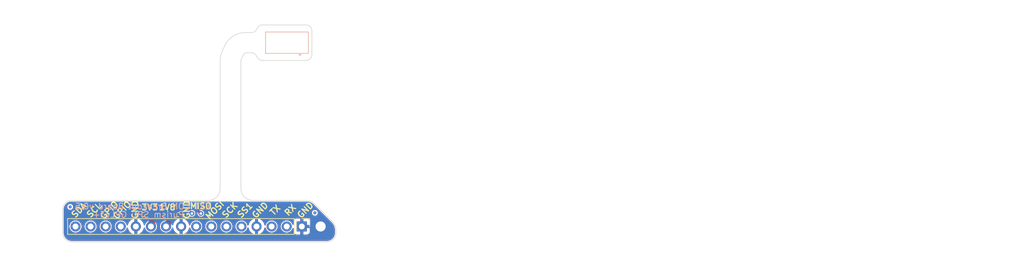
<source format=kicad_pcb>
(kicad_pcb (version 20211014) (generator pcbnew)
  (title_block (title "EXT CON Breakout Board") (date "2022-07-25") (rev "v0.5") (company "Purism SPC") (comment 1 "GNU GPLv3+"))
  (layers (0 "F.Cu" signal) (1 "In1.Cu" signal) (2 "In2.Cu" signal) (31 "B.Cu" signal) (34 "B.Paste" user) (35 "F.Paste" user) (36 "B.SilkS" user "B.Silkscreen") (37 "F.SilkS" user "F.Silkscreen") (38 "B.Mask" user) (39 "F.Mask" user) (44 "Edge.Cuts" user))
  (net 0 "")
  (net 1 "/I2C4_SDA")
  (net 3 "/I2C4_SCL")
  (net 5 "GND")
  (net 6 "/GPIO4_IO28")
  (net 7 "/UART1_RXD")
  (net 9 "/UART1_TXD")
  (net 12 "/SPI_SS1")
  (net 13 "/GPIO4_IO11")
  (net 14 "/SPI_SCK")
  (net 16 "+1V8")
  (net 17 "/SPI_MOSI")
  (net 19 "+3V3")
  (net 20 "/SPI_MISO")
  (net 22 "Net-(C2-Pad1)")
  (net 23 "Net-(C1-Pad1)")
  (footprint "Inductor_SMD:L_0402_1005Metric" (layer "F.Cu") (at 105.8 117 180)
    (fp_text reference "FB2" hide)
    (fp_text value "FerriteBead_Small" hide)
    (pad "1" smd roundrect (at -0.485 0 180) (size 0.59 0.64) (layers "F.Cu" "F.Mask") (net 19 "+3V3"))
    (pad "2" smd roundrect (at 0.485 0 180) (size 0.59 0.64) (layers "F.Cu" "F.Mask") (net 22 "Net-(C2-Pad1)"))
  )
  (footprint "Connector_PinHeader_2.54mm:PinHeader_1x16_P2.54mm_Vertical" (layer "F.Cu") (at 130.5 119 -90)
    (fp_text reference "J2" hide)
    (fp_text value "Conn_01x16" hide)
    (fp_line (start -1.33 -1.33) (end 0 -1.33) (layer "F.SilkS") (width 0.12))
    (fp_line (start 1.33 1.27) (end 1.33 39.43) (layer "F.SilkS") (width 0.12))
    (fp_line (start -1.33 39.43) (end 1.33 39.43) (layer "F.SilkS") (width 0.12))
    (fp_line (start -1.33 1.27) (end -1.33 39.43) (layer "F.SilkS") (width 0.12))
    (fp_line (start -1.33 1.27) (end 1.33 1.27) (layer "F.SilkS") (width 0.12))
    (fp_line (start -1.33 0) (end -1.33 -1.33) (layer "F.SilkS") (width 0.12))
    (pad "1" thru_hole rect (at 0 0 270) (size 1.7 1.7) (drill 1) (layers *.Cu *.Mask) (net 5 "GND"))
    (pad "2" thru_hole oval (at 0 2.54 270) (size 1.7 1.7) (drill 1) (layers *.Cu *.Mask) (net 7 "/UART1_RXD"))
    (pad "3" thru_hole oval (at 0 5.08 270) (size 1.7 1.7) (drill 1) (layers *.Cu *.Mask) (net 9 "/UART1_TXD"))
    (pad "4" thru_hole oval (at 0 7.62 270) (size 1.7 1.7) (drill 1) (layers *.Cu *.Mask) (net 5 "GND"))
    (pad "5" thru_hole oval (at 0 10.16 270) (size 1.7 1.7) (drill 1) (layers *.Cu *.Mask) (net 12 "/SPI_SS1"))
    (pad "6" thru_hole oval (at 0 12.7 270) (size 1.7 1.7) (drill 1) (layers *.Cu *.Mask) (net 14 "/SPI_SCK"))
    (pad "7" thru_hole oval (at 0 15.24 270) (size 1.7 1.7) (drill 1) (layers *.Cu *.Mask) (net 17 "/SPI_MOSI"))
    (pad "8" thru_hole oval (at 0 17.78 270) (size 1.7 1.7) (drill 1) (layers *.Cu *.Mask) (net 20 "/SPI_MISO"))
    (pad "9" thru_hole oval (at 0 20.32 270) (size 1.7 1.7) (drill 1) (layers *.Cu *.Mask) (net 5 "GND"))
    (pad "10" thru_hole oval (at 0 22.86 270) (size 1.7 1.7) (drill 1) (layers *.Cu *.Mask) (net 23 "Net-(C1-Pad1)"))
    (pad "11" thru_hole oval (at 0 25.4 270) (size 1.7 1.7) (drill 1) (layers *.Cu *.Mask) (net 22 "Net-(C2-Pad1)"))
    (pad "12" thru_hole oval (at 0 27.94 270) (size 1.7 1.7) (drill 1) (layers *.Cu *.Mask) (net 5 "GND"))
    (pad "13" thru_hole oval (at 0 30.48 270) (size 1.7 1.7) (drill 1) (layers *.Cu *.Mask) (net 13 "/GPIO4_IO11"))
    (pad "14" thru_hole oval (at 0 33.02 270) (size 1.7 1.7) (drill 1) (layers *.Cu *.Mask) (net 6 "/GPIO4_IO28"))
    (pad "15" thru_hole oval (at 0 35.56 270) (size 1.7 1.7) (drill 1) (layers *.Cu *.Mask) (net 3 "/I2C4_SCL"))
    (pad "16" thru_hole oval (at 0 38.1 270) (size 1.7 1.7) (drill 1) (layers *.Cu *.Mask) (net 1 "/I2C4_SDA"))
  )
  (footprint "ext-con-breakout-board:MountingHole_1.7mm_M1.4_Pad" (layer "F.Cu") (at 133.671 119)
    (fp_text reference "H1" hide)
    (fp_text value "MountingHole_Pad" hide)
    (pad "1" thru_hole circle (at 0 0) (size 2.8 2.8) (drill 1.7) (layers *.Cu *.Mask) (net 5 "GND"))
  )
  (footprint "Inductor_SMD:L_0402_1005Metric" (layer "F.Cu") (at 107.8 117)
    (fp_text reference "FB1" hide)
    (fp_text value "FerriteBead_Small" hide)
    (pad "1" smd roundrect (at -0.485 0) (size 0.59 0.64) (layers "F.Cu" "F.Mask") (net 16 "+1V8"))
    (pad "2" smd roundrect (at 0.485 0) (size 0.59 0.64) (layers "F.Cu" "F.Mask") (net 23 "Net-(C1-Pad1)"))
  )
  (footprint "ext-con-breakout-board:Fiducial_0.5mm_Mask1mm" (layer "F.Cu") (at 91.5 115.7)
    (fp_text reference "FID1" hide)
    (fp_text value "Fiducial" hide)
    (pad "" smd circle (at 0 0) (size 0.5 0.5) (layers "F.Cu" "F.Mask") (clearance 0.25))
    (pad "" smd circle (at 0 0) (size 0.5 0.5) (layers "B.Cu" "B.Mask") (clearance 0.25))
  )
  (footprint "Capacitor_SMD:C_0402_1005Metric" (layer "F.Cu") (at 109.7 117)
    (fp_text reference "C1" hide)
    (fp_text value "100nF" hide)
    (fp_line (start -0.107836 0.36) (end 0.107836 0.36) (layer "F.SilkS") (width 0.12))
    (fp_line (start -0.107836 -0.36) (end 0.107836 -0.36) (layer "F.SilkS") (width 0.12))
    (pad "1" smd roundrect (at -0.48 0) (size 0.56 0.62) (layers "F.Cu" "F.Mask") (net 23 "Net-(C1-Pad1)"))
    (pad "2" smd roundrect (at 0.48 0) (size 0.56 0.62) (layers "F.Cu" "F.Mask") (net 5 "GND"))
  )
  (footprint "Capacitor_SMD:C_0402_1005Metric" (layer "F.Cu") (at 103.83 117 180)
    (fp_text reference "C2" hide)
    (fp_text value "100nF" hide)
    (fp_line (start -0.107836 0.36) (end 0.107836 0.36) (layer "F.SilkS") (width 0.12))
    (fp_line (start -0.107836 -0.36) (end 0.107836 -0.36) (layer "F.SilkS") (width 0.12))
    (pad "1" smd roundrect (at -0.48 0 180) (size 0.56 0.62) (layers "F.Cu" "F.Mask") (net 22 "Net-(C2-Pad1)"))
    (pad "2" smd roundrect (at 0.48 0 180) (size 0.56 0.62) (layers "F.Cu" "F.Mask") (net 5 "GND"))
  )
  (footprint "ext-con-breakout-board:OK-06M024-04" (layer "F.Cu") (at 128 88)
    (fp_text reference "J1" hide)
    (fp_text value "Conn_02x12_Odd_Even" hide)
    (fp_line (start 3.6 -1.8) (end -3.6 -1.8) (layer "B.SilkS") (width 0.12))
    (fp_line (start 3.6 1.8) (end -3.6 1.8) (layer "B.SilkS") (width 0.12))
    (fp_line (start 2.05 2.1) (end 2.35 2.1) (layer "B.SilkS") (width 0.12))
    (fp_line (start -3.6 -1.8) (end -3.6 1.8) (layer "B.SilkS") (width 0.12))
    (fp_line (start 3.6 -1.8) (end 3.6 1.8) (layer "B.SilkS") (width 0.12))
    (fp_line (start 2.35 2.1) (end 2.2 1.887868) (layer "B.SilkS") (width 0.12))
    (fp_line (start 2.2 1.887868) (end 2.05 2.1) (layer "B.SilkS") (width 0.12))
  )
  (footprint "ext-con-breakout-board:Fiducial_0.5mm_Mask1mm" (layer "F.Cu") (at 132.7 116.7)
    (fp_text reference "FID2" hide)
    (fp_text value "Fiducial" hide)
    (pad "" smd circle (at 0 0) (size 0.5 0.5) (layers "F.Cu" "F.Mask") (clearance 0.25))
    (pad "" smd circle (at 0 0) (size 0.5 0.5) (layers "B.Cu" "B.Mask") (clearance 0.25))
  )
  (gr_arc (start 117.534221 88.515701) (mid 118.954051 86.895969) (end 121.0239 86.3) (layer "Edge.Cuts") (width 0.1))
  (gr_line (start 134.75 121.6) (end 91.75 121.6) (layer "Edge.Cuts") (width 0.1))
  (gr_arc (start 122.25 114.6) (mid 120.835786 114.014214) (end 120.25 112.6) (layer "Edge.Cuts") (width 0.1))
  (gr_line (start 131.2 85) (end 123.9 85) (layer "Edge.Cuts") (width 0.1))
  (gr_line (start 122.25 114.6) (end 131.242572 114.6) (layer "Edge.Cuts") (width 0.1))
  (gr_arc (start 122.95 85.65) (mid 122.575549 86.121961) (end 122 86.3) (layer "Edge.Cuts") (width 0.1))
  (gr_arc (start 122 89.7) (mid 122.575538 89.878055) (end 122.95 90.35) (layer "Edge.Cuts") (width 0.1))
  (gr_line (start 135.664214 118.193214) (end 132.656786 115.185786) (layer "Edge.Cuts") (width 0.1))
  (gr_arc (start 116.75 112.6) (mid 116.164214 114.014214) (end 114.75 114.6) (layer "Edge.Cuts") (width 0.1))
  (gr_line (start 90.25 120.1) (end 90.25 116.1) (layer "Edge.Cuts") (width 0.1))
  (gr_line (start 123.9 91) (end 131.2 91) (layer "Edge.Cuts") (width 0.1))
  (gr_arc (start 131.2 85) (mid 131.907107 85.292893) (end 132.2 86) (layer "Edge.Cuts") (width 0.1))
  (gr_arc (start 135.664214 118.193214) (mid 136.097762 118.842062) (end 136.25 119.607428) (layer "Edge.Cuts") (width 0.1))
  (gr_arc (start 123.9 91) (mid 123.324462 90.821945) (end 122.95 90.35) (layer "Edge.Cuts") (width 0.1))
  (gr_line (start 136.25 119.607428) (end 136.25 120.1) (layer "Edge.Cuts") (width 0.1))
  (gr_line (start 120.25 91.16) (end 120.25 112.6) (layer "Edge.Cuts") (width 0.1))
  (gr_arc (start 116.75 91.16) (mid 116.867402 90.146144) (end 117.209859 89.184682) (layer "Edge.Cuts") (width 0.1))
  (gr_line (start 117.209859 89.184682) (end 117.534221 88.515701) (layer "Edge.Cuts") (width 0.1))
  (gr_arc (start 120.25 91.16) (mid 120.275504 90.939303) (end 120.35 90.73) (layer "Edge.Cuts") (width 0.1))
  (gr_line (start 116.75 91.16) (end 116.75 112.6) (layer "Edge.Cuts") (width 0.1))
  (gr_line (start 122 86.3) (end 121.0239 86.3) (layer "Edge.Cuts") (width 0.1))
  (gr_arc (start 120.68 90.05) (mid 120.909811 89.794697) (end 121.24 89.7) (layer "Edge.Cuts") (width 0.1))
  (gr_line (start 132.2 86) (end 132.2 90) (layer "Edge.Cuts") (width 0.1))
  (gr_arc (start 136.25 120.1) (mid 135.81066 121.16066) (end 134.75 121.6) (layer "Edge.Cuts") (width 0.1))
  (gr_arc (start 90.25 116.1) (mid 90.68934 115.03934) (end 91.75 114.6) (layer "Edge.Cuts") (width 0.1))
  (gr_arc (start 91.75 121.6) (mid 90.68934 121.16066) (end 90.25 120.1) (layer "Edge.Cuts") (width 0.1))
  (gr_arc (start 122.95 85.65) (mid 123.324451 85.178039) (end 123.9 85) (layer "Edge.Cuts") (width 0.1))
  (gr_line (start 122 89.7) (end 121.24 89.7) (layer "Edge.Cuts") (width 0.1))
  (gr_line (start 120.35 90.73) (end 120.68 90.05) (layer "Edge.Cuts") (width 0.1))
  (gr_line (start 91.75 114.6) (end 114.75 114.6) (layer "Edge.Cuts") (width 0.1))
  (gr_arc (start 131.242572 114.6) (mid 132.007939 114.752238) (end 132.656786 115.185786) (layer "Edge.Cuts") (width 0.1))
  (gr_arc (start 132.2 90) (mid 131.907107 90.707107) (end 131.2 91) (layer "Edge.Cuts") (width 0.1))
  (gr_text "EXT CON Breakout Board v0.5" (at 103.7 115.6) (layer "B.SilkS") (effects (font (size 1 1)) (justify mirror)))
  (gr_text "Purism SPC GPLv3+" (at 103 117) (layer "B.SilkS") (effects (font (size 1 1)) (justify mirror)))
  (gr_text "GPIO" (at 98.08 116.25 45) (layer "F.SilkS") (effects (font (size 1 1) (thickness 0.2))))
  (gr_text "3V3" (at 104.9 115.75) (layer "F.SilkS") (effects (font (size 1 1) (thickness 0.2))))
  (gr_text "SDA" (at 93 116.25 45) (layer "F.SilkS") (effects (font (size 1 1) (thickness 0.2))))
  (gr_text "GPIO" (at 100.25 116.25 45) (layer "F.SilkS") (effects (font (size 1 1) (thickness 0.2))))
  (gr_text "GND" (at 102.45 116.15 90) (layer "F.SilkS") (effects (font (size 1 1) (thickness 0.2))))
  (gr_text "RX" (at 128.56 116.25 45) (layer "F.SilkS") (effects (font (size 1 1) (thickness 0.2))))
  (gr_text "MOSI" (at 115.86 116.25 45) (layer "F.SilkS") (effects (font (size 1 1) (thickness 0.2))))
  (gr_text "MISO" (at 113.5 115.55) (layer "F.SilkS") (effects (font (size 1 1) (thickness 0.2))))
  (gr_text "SS1" (at 120.94 116.25 45) (layer "F.SilkS") (effects (font (size 1 1) (thickness 0.2))))
  (gr_text "SCL" (at 95.54 116.25 45) (layer "F.SilkS") (effects (font (size 1 1) (thickness 0.2))))
  (gr_text "SCK" (at 118.4 116.25 45) (layer "F.SilkS") (effects (font (size 1 1) (thickness 0.2))))
  (gr_text "TX" (at 126.02 116.25 45) (layer "F.SilkS") (effects (font (size 1 1) (thickness 0.2))))
  (gr_text "GND" (at 123.48 116.25 45) (layer "F.SilkS") (effects (font (size 1 1) (thickness 0.2))))
  (gr_text "GND" (at 131.1 116.25 45) (layer "F.SilkS") (effects (font (size 1 1) (thickness 0.2))))
  (gr_text "1V8" (at 107.84 115.75) (layer "F.SilkS") (effects (font (size 1 1) (thickness 0.2))))
  (gr_text "GND" (at 111.15 116.15 90) (layer "F.SilkS") (effects (font (size 1 1) (thickness 0.2))))
  (segment (start 110.913604 116.35) (end 107.965 116.35) (width 0.23) (layer "F.Cu") (net 16))
  (via (at 112 116.8) (size 0.8) (drill 0.4) (layers "F.Cu" "B.Cu") (net 16))
  (arc (start 107.965 116.35) (mid 107.505381 116.540381) (end 107.315 117) (width 0.23) (layer "F.Cu") (net 16))
  (arc (start 112 116.8) (mid 111.501557 116.466951) (end 110.913604 116.35) (width 0.23) (layer "F.Cu") (net 16))
  (segment (start 111.447919 115.95) (end 107.335 115.95) (width 0.23) (layer "F.Cu") (net 19))
  (via (at 113.5 116.8) (size 0.8) (drill 0.4) (layers "F.Cu" "B.Cu") (net 19))
  (arc (start 113.5 116.8) (mid 112.558497 116.170908) (end 111.447919 115.95) (width 0.23) (layer "F.Cu") (net 19))
  (arc (start 107.335 115.95) (mid 106.592538 116.257538) (end 106.285 117) (width 0.23) (layer "F.Cu") (net 19))
  (segment (start 104.31 117) (end 105.315 117) (width 0.62) (layer "F.Cu") (net 22))
  (segment (start 105.315 117) (end 105.315 118.480945) (width 0.62) (layer "F.Cu") (net 22))
  (segment (start 105.1 119) (end 105.1 118.9) (width 0.5) (layer "F.Cu") (net 22))
  (arc (start 105.315 118.480945) (mid 105.259123 118.761856) (end 105.1 119) (width 0.62) (layer "F.Cu") (net 22))
  (segment (start 108.285 117) (end 108.285 117.442833) (width 0.62) (layer "F.Cu") (net 23))
  (segment (start 108.285 117) (end 109.22 117) (width 0.62) (layer "F.Cu") (net 23))
  (arc (start 108.285 117.442833) (mid 108.11737 118.285566) (end 107.64 119) (width 0.62) (layer "F.Cu") (net 23))
  (zone (net 19) (net_name "+3V3") (layer "F.Cu") (priority 16962) (connect_pads yes (clearance 0)) (min_thickness 0.0254) (fill yes (thermal_gap 0.508) (thermal_bridge_width 0.508))
    (polygon (pts (xy 112.807862 116.419308) (xy 112.880668 116.464883) (xy 112.936638 116.510218) (xy 112.978722 116.556083) (xy 113.009866 116.603254) (xy 113.033018 116.652502) (xy 113.051127 116.704602) (xy 113.067141 116.760325) (xy 113.084007 116.820447) (xy 113.104674 116.885739) (xy 113.13209 116.956976) (xy 113.650823 116.931347) (xy 113.60494 116.414011) (xy 113.522374 116.393713) (xy 113.450122 116.379524) (xy 113.385488 116.369214) (xy 113.325779 116.360556) (xy 113.2683 116.351322) (xy 113.210359 116.339284) (xy 113.149261 116.322216) (xy 113.082313 116.297889) (xy 113.006819 116.264075) (xy 112.920088 116.218548)))
  )
  (zone (net 16) (net_name "+1V8") (layer "F.Cu") (priority 16962) (connect_pads yes (clearance 0)) (min_thickness 0.0254) (fill yes (thermal_gap 0.508) (thermal_bridge_width 0.508))
    (polygon (pts (xy 111.285468 116.514504) (xy 111.361128 116.540061) (xy 111.42034 116.57065) (xy 111.465939 116.606125) (xy 111.500765 116.646343) (xy 111.527655 116.69116) (xy 111.549446 116.740433) (xy 111.568978 116.794018) (xy 111.589087 116.851771) (xy 111.612611 116.913548) (xy 111.64239 116.979206) (xy 112.158582 116.921867) (xy 112.081112 116.408311) (xy 111.994071 116.391929) (xy 111.918782 116.380698) (xy 111.851962 116.373088) (xy 111.790328 116.367566) (xy 111.7306 116.3626) (xy 111.669493 116.35666) (xy 111.603726 116.348212) (xy 111.530016 116.335727) (xy 111.445082 116.317672) (xy 111.34564 116.292516)))
  )
  (zone (net 23) (net_name "Net-(C1-Pad1)") (layer "F.Cu") (priority 16962) (connect_pads yes (clearance 0)) (min_thickness 0.0254) (fill yes (thermal_gap 0.508) (thermal_bridge_width 0.508))
    (polygon (pts (xy 107.97483 117.468235) (xy 107.962519 117.618274) (xy 107.93123 117.740498) (xy 107.88275 117.839475) (xy 107.818867 117.91978) (xy 107.741368 117.985983) (xy 107.652043 118.042656) (xy 107.552679 118.09437) (xy 107.445064 118.145699) (xy 107.330986 118.201212) (xy 107.212234 118.265483) (xy 107.402697 119.352579) (xy 108.489923 119.011426) (xy 108.494696 118.831734) (xy 108.50318 118.676777) (xy 108.514458 118.539463) (xy 108.527615 118.412701) (xy 108.541737 118.289398) (xy 108.555907 118.162463) (xy 108.569211 118.024805) (xy 108.580733 117.869331) (xy 108.589558 117.688949) (xy 108.594772 117.476569)))
  )
  (zone (net 5) (net_name "GND") (layers "F.Cu" "In2.Cu" "B.Cu") (connect_pads (clearance 0.17)) (min_thickness 0.23) (fill yes (thermal_gap 0.508) (thermal_bridge_width 0.508))
    (polygon (pts (xy 137 122) (xy 90 122) (xy 90 114.8) (xy 137 114.8)))
  )
  (zone (net 22) (net_name "Net-(C2-Pad1)") (layer "F.Cu") (priority 16962) (connect_pads yes (clearance 0)) (min_thickness 0.0254) (fill yes (thermal_gap 0.508) (thermal_bridge_width 0.508))
    (polygon (pts (xy 105.005 117.320945) (xy 104.998788 117.494303) (xy 104.98046 117.640813) (xy 104.950471 117.7655) (xy 104.90928 117.873388) (xy 104.857344 117.969502) (xy 104.795121 118.058866) (xy 104.723068 118.146506) (xy 104.641642 118.237445) (xy 104.551301 118.336709) (xy 104.452503 118.449322) (xy 104.993314 119.411391) (xy 105.933511 118.833394) (xy 105.893898 118.656924) (xy 105.852479 118.505316) (xy 105.81066 118.371351) (xy 105.76985 118.247805) (xy 105.731455 118.127457) (xy 105.696885 118.003087) (xy 105.667547 117.867472) (xy 105.644848 117.71339) (xy 105.630196 117.533622) (xy 105.625 117.320945)))
  )
)
</source>
